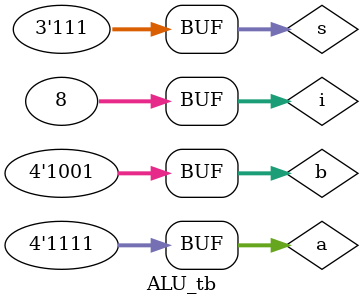
<source format=v>
`timescale 1ns / 1ps


module ALU_4_bit(
    input [2:0] s,
    input [3:0] a,b,
    output reg [7:0] out
    
    );
    
    always@(*)
    case(s)
        3'b000: out <= a + b;
        3'b001: out <= a - b;
        3'b010: out <= a * b;
        3'b011: out <= a / b;
        3'b100: out <= a & b;
        3'b101: out <= a ^ b;
        3'b110: out <= a | b;
        3'b111: out <= a << b;
        endcase
     
        
    
endmodule

module ALU_tb;
reg [2:0] s;
reg [3:0] a,b;
wire [7:0] out;
integer i=0;
ALU_4_bit al(s,a,b,out);
initial begin
a = 15; b = 9; s =0;
for(i=0; i<8; i=i+1)
    #5 s = i;

end




endmodule

</source>
